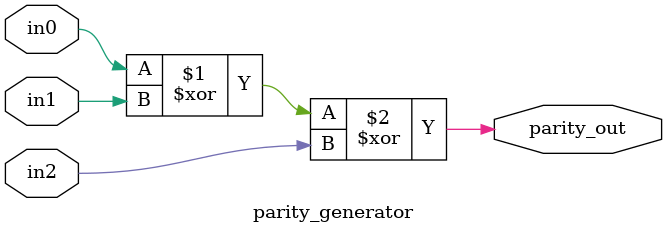
<source format=v>
`timescale 1ns / 1ps

module parity_generator(
    input wire in0,  // Input 0
    input wire in1,  // Input 1
    input wire in2,  // Input 2
    output wire parity_out  // Parity output
);

assign parity_out = in0 ^ in1 ^ in2;

endmodule

</source>
